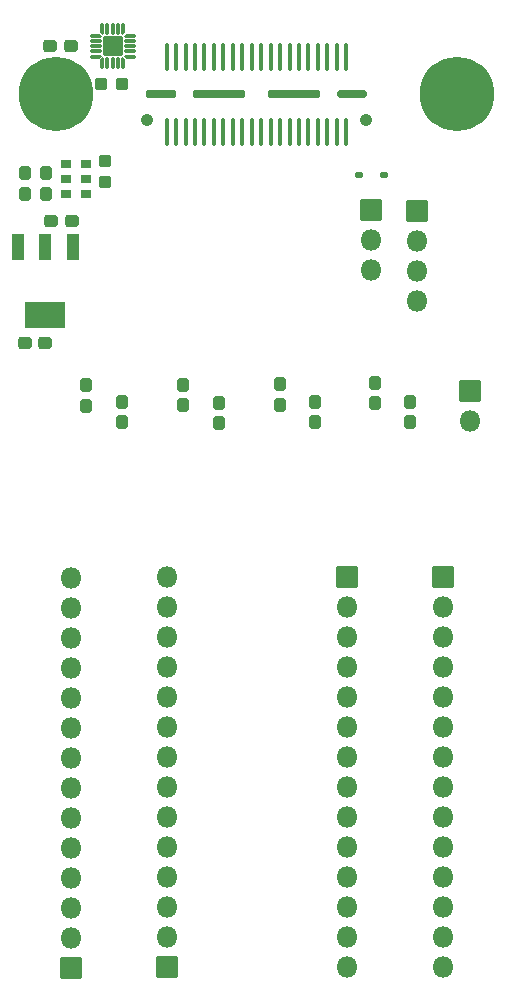
<source format=gbr>
%TF.GenerationSoftware,KiCad,Pcbnew,7.0.1*%
%TF.CreationDate,2023-09-03T17:39:20-04:00*%
%TF.ProjectId,syzygy-breakout-flash-LVL,73797a79-6779-42d6-9272-65616b6f7574,r1.0*%
%TF.SameCoordinates,PX66851e0PY4d70380*%
%TF.FileFunction,Soldermask,Bot*%
%TF.FilePolarity,Negative*%
%FSLAX46Y46*%
G04 Gerber Fmt 4.6, Leading zero omitted, Abs format (unit mm)*
G04 Created by KiCad (PCBNEW 7.0.1) date 2023-09-03 17:39:20*
%MOMM*%
%LPD*%
G01*
G04 APERTURE LIST*
G04 Aperture macros list*
%AMRoundRect*
0 Rectangle with rounded corners*
0 $1 Rounding radius*
0 $2 $3 $4 $5 $6 $7 $8 $9 X,Y pos of 4 corners*
0 Add a 4 corners polygon primitive as box body*
4,1,4,$2,$3,$4,$5,$6,$7,$8,$9,$2,$3,0*
0 Add four circle primitives for the rounded corners*
1,1,$1+$1,$2,$3*
1,1,$1+$1,$4,$5*
1,1,$1+$1,$6,$7*
1,1,$1+$1,$8,$9*
0 Add four rect primitives between the rounded corners*
20,1,$1+$1,$2,$3,$4,$5,0*
20,1,$1+$1,$4,$5,$6,$7,0*
20,1,$1+$1,$6,$7,$8,$9,0*
20,1,$1+$1,$8,$9,$2,$3,0*%
%AMFreePoly0*
4,1,27,0.394441,0.171933,0.429796,0.157288,0.457288,0.129796,0.471933,0.094441,0.475800,0.075000,0.475800,0.045711,0.471933,0.026270,0.457288,-0.009085,0.446276,-0.025565,0.325565,-0.146276,0.309085,-0.157288,0.273730,-0.171933,0.254289,-0.175800,-0.375000,-0.175800,-0.394441,-0.171933,-0.429796,-0.157288,-0.457288,-0.129796,-0.471933,-0.094441,-0.475800,-0.075000,-0.475800,0.075000,
-0.471933,0.094441,-0.457288,0.129796,-0.429796,0.157288,-0.394441,0.171933,-0.375000,0.175800,0.375000,0.175800,0.394441,0.171933,0.394441,0.171933,$1*%
%AMFreePoly1*
4,1,27,0.273730,0.171933,0.309085,0.157288,0.325565,0.146276,0.446276,0.025565,0.457288,0.009085,0.471933,-0.026270,0.475800,-0.045711,0.475800,-0.075000,0.471933,-0.094441,0.457288,-0.129796,0.429796,-0.157288,0.394441,-0.171933,0.375000,-0.175800,-0.375000,-0.175800,-0.394441,-0.171933,-0.429796,-0.157288,-0.457288,-0.129796,-0.471933,-0.094441,-0.475800,-0.075000,-0.475800,0.075000,
-0.471933,0.094441,-0.457288,0.129796,-0.429796,0.157288,-0.394441,0.171933,-0.375000,0.175800,0.254289,0.175800,0.273730,0.171933,0.273730,0.171933,$1*%
%AMFreePoly2*
4,1,27,0.094441,0.471933,0.129796,0.457288,0.157288,0.429796,0.171933,0.394441,0.175800,0.375000,0.175800,-0.375000,0.171933,-0.394441,0.157288,-0.429796,0.129796,-0.457288,0.094441,-0.471933,0.075000,-0.475800,0.045711,-0.475800,0.026270,-0.471933,-0.009085,-0.457288,-0.025565,-0.446276,-0.146276,-0.325565,-0.157288,-0.309085,-0.171933,-0.273730,-0.175800,-0.254289,-0.175800,0.375000,
-0.171933,0.394441,-0.157288,0.429796,-0.129796,0.457288,-0.094441,0.471933,-0.075000,0.475800,0.075000,0.475800,0.094441,0.471933,0.094441,0.471933,$1*%
%AMFreePoly3*
4,1,27,0.094441,0.471933,0.129796,0.457288,0.157288,0.429796,0.171933,0.394441,0.175800,0.375000,0.175800,-0.254289,0.171933,-0.273730,0.157288,-0.309085,0.146276,-0.325565,0.025565,-0.446276,0.009085,-0.457288,-0.026270,-0.471933,-0.045711,-0.475800,-0.075000,-0.475800,-0.094441,-0.471933,-0.129796,-0.457288,-0.157288,-0.429796,-0.171933,-0.394441,-0.175800,-0.375000,-0.175800,0.375000,
-0.171933,0.394441,-0.157288,0.429796,-0.129796,0.457288,-0.094441,0.471933,-0.075000,0.475800,0.075000,0.475800,0.094441,0.471933,0.094441,0.471933,$1*%
%AMFreePoly4*
4,1,27,0.394441,0.171933,0.429796,0.157288,0.457288,0.129796,0.471933,0.094441,0.475800,0.075000,0.475800,-0.075000,0.471933,-0.094441,0.457288,-0.129796,0.429796,-0.157288,0.394441,-0.171933,0.375000,-0.175800,-0.375000,-0.175800,-0.394441,-0.171933,-0.429796,-0.157288,-0.457288,-0.129796,-0.471933,-0.094441,-0.475800,-0.075000,-0.475800,-0.045711,-0.471933,-0.026271,-0.457288,0.009085,
-0.446276,0.025566,-0.325564,0.146276,-0.309084,0.157288,-0.273730,0.171933,-0.254289,0.175800,0.375000,0.175800,0.394441,0.171933,0.394441,0.171933,$1*%
%AMFreePoly5*
4,1,27,0.394441,0.171933,0.429796,0.157288,0.457288,0.129796,0.471933,0.094441,0.475800,0.075000,0.475800,-0.075000,0.471933,-0.094441,0.457288,-0.129796,0.429796,-0.157288,0.394441,-0.171933,0.375000,-0.175800,-0.254289,-0.175800,-0.273730,-0.171933,-0.309085,-0.157288,-0.325565,-0.146276,-0.446276,-0.025565,-0.457288,-0.009085,-0.471933,0.026270,-0.475800,0.045711,-0.475800,0.075000,
-0.471933,0.094441,-0.457288,0.129796,-0.429796,0.157288,-0.394441,0.171933,-0.375000,0.175800,0.375000,0.175800,0.394441,0.171933,0.394441,0.171933,$1*%
%AMFreePoly6*
4,1,27,-0.026270,0.471933,0.009085,0.457288,0.025565,0.446276,0.146276,0.325565,0.157288,0.309085,0.171933,0.273730,0.175800,0.254289,0.175800,-0.375000,0.171933,-0.394441,0.157288,-0.429796,0.129796,-0.457288,0.094441,-0.471933,0.075000,-0.475800,-0.075000,-0.475800,-0.094441,-0.471933,-0.129796,-0.457288,-0.157288,-0.429796,-0.171933,-0.394441,-0.175800,-0.375000,-0.175800,0.375000,
-0.171933,0.394441,-0.157288,0.429796,-0.129796,0.457288,-0.094441,0.471933,-0.075000,0.475800,-0.045711,0.475800,-0.026270,0.471933,-0.026270,0.471933,$1*%
%AMFreePoly7*
4,1,27,0.094441,0.471933,0.129796,0.457288,0.157288,0.429796,0.171933,0.394441,0.175800,0.375000,0.175800,-0.375000,0.171933,-0.394441,0.157288,-0.429796,0.129796,-0.457288,0.094441,-0.471933,0.075000,-0.475800,-0.075000,-0.475800,-0.094441,-0.471933,-0.129796,-0.457288,-0.157288,-0.429796,-0.171933,-0.394441,-0.175800,-0.375000,-0.175800,0.254289,-0.171933,0.273730,-0.157288,0.309085,
-0.146276,0.325565,-0.025565,0.446276,-0.009085,0.457288,0.026270,0.471933,0.045711,0.475800,0.075000,0.475800,0.094441,0.471933,0.094441,0.471933,$1*%
G04 Aperture macros list end*
%ADD10RoundRect,0.050800X-0.850000X-0.850000X0.850000X-0.850000X0.850000X0.850000X-0.850000X0.850000X0*%
%ADD11O,1.801600X1.801600*%
%ADD12RoundRect,0.050800X0.850000X0.850000X-0.850000X0.850000X-0.850000X-0.850000X0.850000X-0.850000X0*%
%ADD13C,6.301600*%
%ADD14C,1.051600*%
%ADD15RoundRect,0.110800X0.090000X1.040000X-0.090000X1.040000X-0.090000X-1.040000X0.090000X-1.040000X0*%
%ADD16RoundRect,0.150800X-1.100000X0.150000X-1.100000X-0.150000X1.100000X-0.150000X1.100000X0.150000X0*%
%ADD17RoundRect,0.150800X-2.075000X0.150000X-2.075000X-0.150000X2.075000X-0.150000X2.075000X0.150000X0*%
%ADD18RoundRect,0.150800X-1.150000X0.150000X-1.150000X-0.150000X1.150000X-0.150000X1.150000X0.150000X0*%
%ADD19RoundRect,0.288300X0.237500X-0.300000X0.237500X0.300000X-0.237500X0.300000X-0.237500X-0.300000X0*%
%ADD20RoundRect,0.288300X-0.237500X0.300000X-0.237500X-0.300000X0.237500X-0.300000X0.237500X0.300000X0*%
%ADD21RoundRect,0.288300X-0.250000X-0.237500X0.250000X-0.237500X0.250000X0.237500X-0.250000X0.237500X0*%
%ADD22RoundRect,0.163300X0.187500X0.112500X-0.187500X0.112500X-0.187500X-0.112500X0.187500X-0.112500X0*%
%ADD23RoundRect,0.288300X-0.300000X-0.237500X0.300000X-0.237500X0.300000X0.237500X-0.300000X0.237500X0*%
%ADD24RoundRect,0.200800X-0.250000X-0.150000X0.250000X-0.150000X0.250000X0.150000X-0.250000X0.150000X0*%
%ADD25RoundRect,0.288300X0.300000X0.237500X-0.300000X0.237500X-0.300000X-0.237500X0.300000X-0.237500X0*%
%ADD26RoundRect,0.050800X-0.475000X-1.075000X0.475000X-1.075000X0.475000X1.075000X-0.475000X1.075000X0*%
%ADD27RoundRect,0.050800X-1.625000X-1.075000X1.625000X-1.075000X1.625000X1.075000X-1.625000X1.075000X0*%
%ADD28RoundRect,0.288300X0.237500X-0.250000X0.237500X0.250000X-0.237500X0.250000X-0.237500X-0.250000X0*%
%ADD29FreePoly0,90.000000*%
%ADD30RoundRect,0.113300X0.062500X-0.362500X0.062500X0.362500X-0.062500X0.362500X-0.062500X-0.362500X0*%
%ADD31FreePoly1,90.000000*%
%ADD32FreePoly2,90.000000*%
%ADD33RoundRect,0.113300X0.362500X-0.062500X0.362500X0.062500X-0.362500X0.062500X-0.362500X-0.062500X0*%
%ADD34FreePoly3,90.000000*%
%ADD35FreePoly4,90.000000*%
%ADD36FreePoly5,90.000000*%
%ADD37FreePoly6,90.000000*%
%ADD38FreePoly7,90.000000*%
%ADD39RoundRect,0.050800X0.800000X-0.800000X0.800000X0.800000X-0.800000X0.800000X-0.800000X-0.800000X0*%
G04 APERTURE END LIST*
D10*
X40534000Y-34427000D03*
D11*
X40534000Y-36967000D03*
D10*
X30120000Y-50180000D03*
D11*
X30120000Y-52720000D03*
X30120000Y-55260000D03*
X30120000Y-57800000D03*
X30120000Y-60340000D03*
X30120000Y-62880000D03*
X30120000Y-65420000D03*
X30120000Y-67960000D03*
X30120000Y-70500000D03*
X30120000Y-73040000D03*
X30120000Y-75580000D03*
X30120000Y-78120000D03*
X30120000Y-80660000D03*
X30120000Y-83200000D03*
D10*
X36089000Y-19130000D03*
D11*
X36089000Y-21670000D03*
X36089000Y-24210000D03*
X36089000Y-26750000D03*
D10*
X32159300Y-19102400D03*
D11*
X32159300Y-21642400D03*
X32159300Y-24182400D03*
D12*
X14877200Y-83200000D03*
D11*
X14877200Y-80660000D03*
X14877200Y-78120000D03*
X14877200Y-75580000D03*
X14877200Y-73040000D03*
X14877200Y-70500000D03*
X14877200Y-67960000D03*
X14877200Y-65420000D03*
X14877200Y-62880000D03*
X14877200Y-60340000D03*
X14877200Y-57800000D03*
X14877200Y-55260000D03*
X14877200Y-52720000D03*
X14877200Y-50180000D03*
D10*
X38248000Y-50180000D03*
D11*
X38248000Y-52720000D03*
X38248000Y-55260000D03*
X38248000Y-57800000D03*
X38248000Y-60340000D03*
X38248000Y-62880000D03*
X38248000Y-65420000D03*
X38248000Y-67960000D03*
X38248000Y-70500000D03*
X38248000Y-73040000D03*
X38248000Y-75580000D03*
X38248000Y-78120000D03*
X38248000Y-80660000D03*
X38248000Y-83200000D03*
D12*
X6749200Y-83290400D03*
D11*
X6749200Y-80750400D03*
X6749200Y-78210400D03*
X6749200Y-75670400D03*
X6749200Y-73130400D03*
X6749200Y-70590400D03*
X6749200Y-68050400D03*
X6749200Y-65510400D03*
X6749200Y-62970400D03*
X6749200Y-60430400D03*
X6749200Y-57890400D03*
X6749200Y-55350400D03*
X6749200Y-52810400D03*
X6749200Y-50270400D03*
D13*
X39482000Y-9286000D03*
D14*
X31722000Y-11436000D03*
X13242000Y-11436000D03*
D13*
X5482000Y-9286000D03*
D15*
X14882000Y-12486000D03*
X14882000Y-6086000D03*
X15682000Y-12486000D03*
X15682000Y-6086000D03*
X16482000Y-12486000D03*
X16482000Y-6086000D03*
X17282000Y-12486000D03*
X17282000Y-6086000D03*
X18082000Y-12486000D03*
X18082000Y-6086000D03*
X18882000Y-12486000D03*
X18882000Y-6086000D03*
X19682000Y-12486000D03*
X19682000Y-6086000D03*
X20482000Y-12486000D03*
X20482000Y-6086000D03*
X21282000Y-12486000D03*
X21282000Y-6086000D03*
X22082000Y-12486000D03*
X22082000Y-6086000D03*
X22882000Y-12486000D03*
X22882000Y-6086000D03*
X23682000Y-12486000D03*
X23682000Y-6086000D03*
X24482000Y-12486000D03*
X24482000Y-6086000D03*
X25282000Y-12486000D03*
X25282000Y-6086000D03*
X26082000Y-12486000D03*
X26082000Y-6086000D03*
X26882000Y-12486000D03*
X26882000Y-6086000D03*
X27682000Y-12486000D03*
X27682000Y-6086000D03*
X28482000Y-12486000D03*
X28482000Y-6086000D03*
X29282000Y-12486000D03*
X29282000Y-6086000D03*
X30082000Y-12486000D03*
X30082000Y-6086000D03*
D16*
X30532000Y-9286000D03*
D17*
X25632000Y-9286000D03*
X19332000Y-9286000D03*
D18*
X14432000Y-9286000D03*
D19*
X2885200Y-17686400D03*
X2885200Y-15961400D03*
D20*
X16251600Y-33873200D03*
X16251600Y-35598200D03*
D21*
X9293000Y-8371800D03*
X11118000Y-8371800D03*
D22*
X33284000Y-16082000D03*
X31184000Y-16082000D03*
D23*
X5124700Y-19993600D03*
X6849700Y-19993600D03*
D19*
X4662100Y-17682200D03*
X4662100Y-15957200D03*
D24*
X6360100Y-17682200D03*
X6360100Y-16432200D03*
X6360100Y-15182200D03*
X8010100Y-15182200D03*
X8010100Y-16432200D03*
X8010100Y-17682200D03*
D19*
X27424800Y-37060200D03*
X27424800Y-35335200D03*
D20*
X24481200Y-33824600D03*
X24481200Y-35549600D03*
D19*
X35451200Y-37061300D03*
X35451200Y-35336300D03*
X11118000Y-37060200D03*
X11118000Y-35335200D03*
D25*
X4615600Y-30356800D03*
X2890600Y-30356800D03*
X6750000Y-5175000D03*
X5025000Y-5175000D03*
D26*
X2315600Y-22194600D03*
X4615600Y-22194600D03*
X6915600Y-22194600D03*
D27*
X4615600Y-27994600D03*
D19*
X19296800Y-37112100D03*
X19296800Y-35387100D03*
D20*
X8022000Y-33926200D03*
X8022000Y-35651200D03*
D28*
X9658700Y-16713200D03*
X9658700Y-14888200D03*
D29*
X11208000Y-6653000D03*
D30*
X10758000Y-6653000D03*
X10308000Y-6653000D03*
X9858000Y-6653000D03*
D31*
X9408000Y-6653000D03*
D32*
X8858000Y-6103000D03*
D33*
X8858000Y-5653000D03*
X8858000Y-5203000D03*
X8858000Y-4753000D03*
D34*
X8858000Y-4303000D03*
D35*
X9408000Y-3753000D03*
D30*
X9858000Y-3753000D03*
X10308000Y-3753000D03*
X10758000Y-3753000D03*
D36*
X11208000Y-3753000D03*
D37*
X11758000Y-4303000D03*
D33*
X11758000Y-4753000D03*
X11758000Y-5203000D03*
X11758000Y-5653000D03*
D38*
X11758000Y-6103000D03*
D39*
X10308000Y-5203000D03*
D20*
X32558400Y-33720800D03*
X32558400Y-35445800D03*
M02*

</source>
